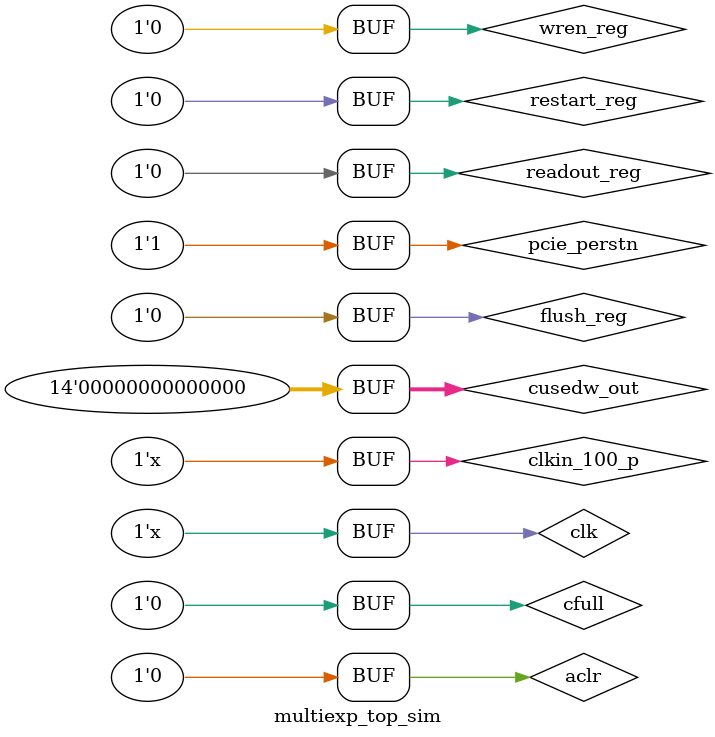
<source format=v>

`timescale 1ns / 1ps
module multiexp_top_sim ();

reg clk;
reg clkin_100_p;
reg pcie_perstn;
reg aclr;
reg wren_reg, flush_reg, readout_reg, restart_reg;

wire [13:0] cusedw_in, cusedw_out;
wire [31:0] cq_in, cdata_out;
reg [31:0] fifo_in;
wire crden, cempty;
wire cfull = '0;
assign cusedw_out = '0;

wire [3:0] status_leds;

initial begin
    flush_reg = '0;
    readout_reg = '0;
    clkin_100_p = '1;
    clk = '1;
    pcie_perstn = '0;
    wren_reg = '0;
    aclr = '1;

    //#1 pcie_perstn = '1;
    #1 aclr = '0;
    wren_reg = '1;

    /* TESTING LOAD_ERAM
    #1024 wren_reg = '0;
    pcie_perstn = '1;

    #16640 wren_reg = '1;
    #16640 wren_reg = '0;
    //*/

    /* TESTING SET_ADDR and LOAD_TRAM */
    #640 flush_reg = '1;
    #8 readout_reg = '1;
    #8 flush_reg = '0;
    #8 readout_reg = '0;
    restart_reg = '1;
    #8 restart_reg = '0;
    #640 flush_reg = '1;
    #8 readout_reg = '1;
    #8 flush_reg = '0;
    #8 readout_reg = '0;
    #8 wren_reg = '0; // 85 words in fifo

    #1 pcie_perstn = '1;
    //*/

    /* TESTING READ_RESULT or FLUSH_RESULTS or START_MULT
    #8 wren_reg = '0;
    pcie_perstn = '1;
    //*/

    /* 2 words in the input pipe
    #8 readout_reg = '1;
    #16 wren_reg = '0;
    //*/
end

always @(posedge clk or posedge aclr) begin
    if (aclr) begin
        /* TESTING LOAD_ERAM
        fifo_in <= 32'h04000000;
        */

        /* TESTING SET_ADDR */
        fifo_in <= 32'h10000000;
        //*/

        /* TESTING READ_RESULT
        fifo_in <= 32'h2000BEEF;
        //*/

        /* TESTING FLUSH_RESULTS
        fifo_in <= 32'h40000000;
        //*/

        /* TESTING START_MULTIPLICATION
        fifo_in <= 32'h80000000;
        //*/
    end else begin
        /*  TESTING LOAD_ERAM
        if (wren_reg) begin
            fifo_in <= fifo_in + 1'b1;
        end else begin
            fifo_in <= fifo_in;
        end
        //*/

        /*  TESTING SET_ADDR and LOAD_TRAM */
        if (restart_reg) begin
            fifo_in <= 32'h10000000;
        end else if (flush_reg & ~readout_reg) begin
            fifo_in <= 32'h08000000;
        end else if (flush_reg & readout_reg) begin
            fifo_in <= 32'h08100000;
        end else if (readout_reg) begin
            fifo_in <= 32'h80000000;
        end else if (wren_reg) begin
            fifo_in <= fifo_in + 1'b1;
        end else begin
            fifo_in <= fifo_in;
        end
        //*/

        /* TESTING READ_RESULT or FLUSH_RESULTS or START_MULT
        fifo_in <= fifo_in;
        //*/

        /*
        if (readout_reg) begin
            fifo_in <= 32'h20000000;
        end else begin
            fifo_in <= fifo_in;
        end
        */

        //fifo_in <= 32'h20000000;
    end
end

always @(clk) clk <= #4 ~clk;

always @(clkin_100_p) clkin_100_p <= #5 ~clkin_100_p;

scfifo #( .add_ram_output_register  ("ON")
        , .intended_device_family   ("Arria V")
        , .lpm_numwords             (8192)
        , .lpm_showahead            ("OFF")
        , .lpm_type                 ("scfifo")
        , .lpm_width                (32)
        , .lpm_widthu               (13)
        , .overflow_checking        ("ON")
        , .underflow_checking       ("ON")
        , .use_eab                  ("ON")
) f_di  ( .clock        (clk)       // general
        , .aclr         (aclr)

        , .q            (cq_in)
        , .rdreq        (crden)
        , .empty        (cempty)

        , .wrreq        (wren_reg)
        , .data         (fifo_in)
        , .usedw        (cusedw_in[12:0])
        , .full         (cusedw_in[13])

        , .sclr         (1'b0)
        , .almost_full  ()
        , .almost_empty ()
);

wire [12:0] ddr3_a;
wire [2:0] ddr3_ba;
wire [3:0] ddr3_dm;
wire [31:0] ddr3_dq;
wire [3:0] ddr3_dqs_p;
wire [3:0] ddr3_dqs_n;
wire ddr3_ck_p, ddr3_ck_n, ddr3_cke, ddr3_csn, ddr3_rasn, ddr3_casn, ddr3_wen, ddr3_rstn, ddr3_odt;

multiexp_top   #( .fifo_widthu          (13)
                , .n_mult               (2)
                ) imult
                ( .clk                  (clk)
                , .pcie_perstn          (pcie_perstn)
                , .pcie_ready           (1'b1)
                , .user_resetn          (1'b1)
                , .pll_core_locked      (1'b1)

                , .fifo_datai           (cq_in)
                , .fifo_empty           (cempty)
                , .fifo_rden            (crden)
                , .fifo_usedw_in        (cusedw_in)
                , .pcie_writing         (1'b1)

                , .fifo_datao           (cdata_out)
                , .fifo_wren            (cwren)
                , .fifo_usedw_out       (cusedw_out)

                , .status_leds          (status_leds)

                , .ddr3_a               (ddr3_a)
                , .ddr3_ba              (ddr3_ba)
                , .ddr3_ck_p            (ddr3_ck_p)
                , .ddr3_ck_n            (ddr3_ck_n)
                , .ddr3_cke             (ddr3_cke)
                , .ddr3_csn             (ddr3_csn)
                , .ddr3_dm              (ddr3_dm)
                , .ddr3_rasn            (ddr3_rasn)
                , .ddr3_casn            (ddr3_casn)
                , .ddr3_wen             (ddr3_wen)
                , .ddr3_rstn            (ddr3_rstn)
                , .ddr3_dq              (ddr3_dq)
                , .ddr3_dqs_p           (ddr3_dqs_p)
                , .ddr3_dqs_n           (ddr3_dqs_n)
                , .ddr3_odt             (ddr3_odt)
                , .ddr3_oct_rzq         ()
                , .clkin_100_p          (clkin_100_p)

                );

alt_mem_if_ddr3_mem_model_top_ddr3_mem_if_dm_pins_en_mem_if_dqsn_en #(
        .MEM_IF_ADDR_WIDTH            (13),
        .MEM_IF_ROW_ADDR_WIDTH        (13),
        .MEM_IF_COL_ADDR_WIDTH        (10),
        .MEM_IF_CONTROL_WIDTH         (1),
        .MEM_IF_DQS_WIDTH             (4),
        .MEM_IF_CS_WIDTH              (1),
        .MEM_IF_BANKADDR_WIDTH        (3),
        .MEM_IF_DQ_WIDTH              (32),
        .MEM_IF_CK_WIDTH              (1),
        .MEM_IF_CLK_EN_WIDTH          (1),
        .MEM_TRCD                     (8),
        .MEM_TRTP                     (4),
        .MEM_DQS_TO_CLK_CAPTURE_DELAY (450),
        .MEM_CLK_TO_DQS_CAPTURE_DELAY (100000),
        .MEM_IF_ODT_WIDTH             (1),
        .MEM_IF_LRDIMM_RM             (0),
        .MEM_MIRROR_ADDRESSING_DEC    (0),
        .MEM_REGDIMM_ENABLED          (0),
        .MEM_LRDIMM_ENABLED           (0),
        .DEVICE_DEPTH                 (1),
        .MEM_NUMBER_OF_DIMMS          (1),
        .MEM_NUMBER_OF_RANKS_PER_DIMM (1),
        .MEM_GUARANTEED_WRITE_INIT    (0),
        .MEM_VERBOSE                  (1),
        .REFRESH_BURST_VALIDATION     (0),
        .MEM_INIT_EN                  (0),
        .MEM_INIT_FILE                (""),
        .DAT_DATA_WIDTH               (32)
    ) m0 (
        .mem_a       (ddr3_a),       // memory.mem_a
        .mem_ba      (ddr3_ba),      //       .mem_ba
        .mem_ck      (ddr3_ck_p),    //       .mem_ck
        .mem_ck_n    (ddr3_ck_n),    //       .mem_ck_n
        .mem_cke     (ddr3_cke),     //       .mem_cke
        .mem_cs_n    (ddr3_csn),     //       .mem_cs_n
        .mem_dm      (ddr3_dm),      //       .mem_dm
        .mem_ras_n   (ddr3_rasn),    //       .mem_ras_n
        .mem_cas_n   (ddr3_casn),    //       .mem_cas_n
        .mem_we_n    (ddr3_wen),     //       .mem_we_n
        .mem_reset_n (ddr3_rstn),    //       .mem_reset_n
        .mem_dq      (ddr3_dq),      //       .mem_dq
        .mem_dqs     (ddr3_dqs_p),   //       .mem_dqs
        .mem_dqs_n   (ddr3_dqs_n),   //       .mem_dqs_n
        .mem_odt     (ddr3_odt)      //       .mem_odt
    );

endmodule

</source>
